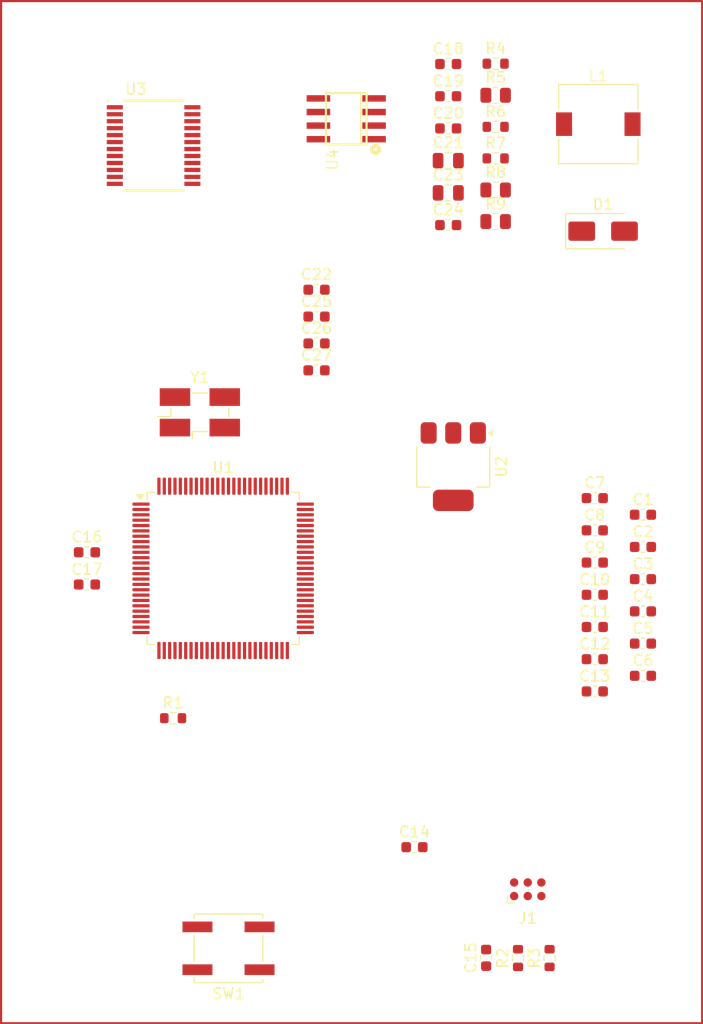
<source format=kicad_pcb>
(kicad_pcb (version 20240108) (generator "pcbnew") (generator_version "8.0")
  (layers (0 "F.Cu" signal) (31 "B.Cu" signal) (34 "B.Paste" user) (35 "F.Paste" user) (36 "B.SilkS" user "B.Silkscreen") (37 "F.SilkS" user "F.Silkscreen") (38 "B.Mask" user) (39 "F.Mask" user) (44 "Edge.Cuts" user))
  (net 0 "")
  (net 7 "/PWMA")
  (net 8 "/NRST")
  (net 11 "Net-(C13-Pad1)")
  (net 17 "GND")
  (net 26 "Net-(C12-Pad1)")
  (net 32 "/UART3_TX")
  (net 36 "/sensorFL")
  (net 37 "/sensorL")
  (net 41 "/UART1_TX")
  (net 44 "/sensorFR")
  (net 47 "/sensorR")
  (net 49 "/sensorFF")
  (net 63 "/UART1_RX")
  (net 70 "/PWMB")
  (net 72 "/UART3_RX")
  (net 75 "+3V3")
  (net 76 "Net-(U1-BOOT0)")
  (net 77 "/SWDIO")
  (net 78 "/SWCLK")
  (net 81 "/PH1")
  (net 82 "/PH0")
  (net 83 "+5V")
  (net 84 "6.5-7.5V")
  (net 85 "Net-(U4-BST)")
  (net 86 "Net-(C21-Pad2)")
  (net 87 "Net-(U4-COMP)")
  (net 88 "Net-(U4-FREQ)")
  (net 89 "Net-(U4-EN)")
  (net 90 "Net-(U4-FB)")
  (net 91 "Net-(D1-K)")
  (net 92 "Net-(U3-BO1@1)")
  (net 93 "Net-(U3-AO2@1)")
  (net 94 "Net-(U3-BO2@1)")
  (net 95 "Net-(U3-AO1@1)")
  (net 96 "+3.3V")
  (net 97 "/Encoder_A_R")
  (net 98 "/Encoder_B_L")
  (net 99 "/Encoder_B_R")
  (net 100 "/Encoder_A_L")
  (net 101 "/AIN2")
  (net 102 "/AIN1")
  (net 103 "/BIN1")
  (net 104 "/BIN2")
  (footprint "Capacitor_SMD:C_0603_1608Metric" (layer "F.Cu") (at 163.03 54.89)
    (property "Reference" "C19" (at 0 -1.43 0) (layer "F.SilkS"))
    (property "Value" "10uF")
    (fp_line (start -0.14058 -0.51) (end 0.14058 -0.51) (stroke (width 0.12)) (layer "F.SilkS"))
    (fp_line (start -0.14058 0.51) (end 0.14058 0.51) (stroke (width 0.12)) (layer "F.SilkS"))
    (pad "1" smd roundrect (at -0.775 0) (size 0.9 0.95) (layers "F.Cu" "F.Paste" "F.Mask") (net 17 "GND"))
    (pad "2" smd roundrect (at 0.775 0) (size 0.9 0.95) (layers "F.Cu" "F.Paste" "F.Mask") (net 84 "6.5-7.5V"))
  )
  (footprint "Capacitor_SMD:C_0603_1608Metric" (layer "F.Cu") (at 129.275 100.51)
    (property "Reference" "C17" (at 0 -1.43 0) (layer "F.SilkS"))
    (property "Value" "15pF")
    (fp_line (start -0.14058 -0.51) (end 0.14058 -0.51) (stroke (width 0.12)) (layer "F.SilkS"))
    (fp_line (start -0.14058 0.51) (end 0.14058 0.51) (stroke (width 0.12)) (layer "F.SilkS"))
    (pad "1" smd roundrect (at -0.775 0) (size 0.9 0.95) (layers "F.Cu" "F.Paste" "F.Mask") (net 82 "/PH0"))
    (pad "2" smd roundrect (at 0.775 0) (size 0.9 0.95) (layers "F.Cu" "F.Paste" "F.Mask") (net 17 "GND"))
  )
  (footprint "Resistor_SMD:R_0603_1608Metric" (layer "F.Cu") (at 167.46 60.7)
    (property "Reference" "R7" (at 0 -1.43 0) (layer "F.SilkS"))
    (property "Value" "100K")
    (fp_line (start -0.237258 -0.5225) (end 0.237258 -0.5225) (stroke (width 0.12)) (layer "F.SilkS"))
    (fp_line (start -0.237258 0.5225) (end 0.237258 0.5225) (stroke (width 0.12)) (layer "F.SilkS"))
    (pad "1" smd roundrect (at -0.825 0) (size 0.8 0.95) (layers "F.Cu" "F.Paste" "F.Mask") (net 86 "Net-(C21-Pad2)"))
    (pad "2" smd roundrect (at 0.825 0) (size 0.8 0.95) (layers "F.Cu" "F.Paste" "F.Mask") (net 17 "GND"))
  )
  (footprint "Resistor_SMD:R_0603_1608Metric" (layer "F.Cu") (at 172.5 135.4125 90)
    (property "Reference" "R3" (at 0 -1.43 90) (layer "F.SilkS"))
    (property "Value" "10K")
    (fp_line (start -0.237258 -0.5225) (end 0.237258 -0.5225) (stroke (width 0.12)) (layer "F.SilkS"))
    (fp_line (start -0.237258 0.5225) (end 0.237258 0.5225) (stroke (width 0.12)) (layer "F.SilkS"))
    (pad "1" smd roundrect (at -0.825 0 90) (size 0.8 0.95) (layers "F.Cu" "F.Paste" "F.Mask") (net 77 "/SWDIO"))
    (pad "2" smd roundrect (at 0.825 0 90) (size 0.8 0.95) (layers "F.Cu" "F.Paste" "F.Mask") (net 17 "GND"))
  )
  (footprint "Resistor_SMD:R_0603_1608Metric" (layer "F.Cu") (at 137.325 113)
    (property "Reference" "R1" (at 0 -1.43 0) (layer "F.SilkS"))
    (property "Value" "10K")
    (fp_line (start -0.237258 -0.5225) (end 0.237258 -0.5225) (stroke (width 0.12)) (layer "F.SilkS"))
    (fp_line (start -0.237258 0.5225) (end 0.237258 0.5225) (stroke (width 0.12)) (layer "F.SilkS"))
    (pad "1" smd roundrect (at -0.825 0) (size 0.8 0.95) (layers "F.Cu" "F.Paste" "F.Mask") (net 17 "GND"))
    (pad "2" smd roundrect (at 0.825 0) (size 0.8 0.95) (layers "F.Cu" "F.Paste" "F.Mask") (net 76 "Net-(U1-BOOT0)"))
  )
  (footprint "Capacitor_SMD:C_0603_1608Metric" (layer "F.Cu") (at 129.275 97.5)
    (property "Reference" "C16" (at 0 -1.43 0) (layer "F.SilkS"))
    (property "Value" "15pF")
    (fp_line (start -0.14058 -0.51) (end 0.14058 -0.51) (stroke (width 0.12)) (layer "F.SilkS"))
    (fp_line (start -0.14058 0.51) (end 0.14058 0.51) (stroke (width 0.12)) (layer "F.SilkS"))
    (pad "1" smd roundrect (at -0.775 0) (size 0.9 0.95) (layers "F.Cu" "F.Paste" "F.Mask") (net 81 "/PH1"))
    (pad "2" smd roundrect (at 0.775 0) (size 0.9 0.95) (layers "F.Cu" "F.Paste" "F.Mask") (net 17 "GND"))
  )
  (footprint "Capacitor_SMD:C_0603_1608Metric" (layer "F.Cu") (at 176.725 101.47)
    (property "Reference" "C10" (at 0 -1.43 0) (layer "F.SilkS"))
    (property "Value" "100nF")
    (fp_line (start -0.14058 -0.51) (end 0.14058 -0.51) (stroke (width 0.12)) (layer "F.SilkS"))
    (fp_line (start -0.14058 0.51) (end 0.14058 0.51) (stroke (width 0.12)) (layer "F.SilkS"))
    (pad "1" smd roundrect (at -0.775 0) (size 0.9 0.95) (layers "F.Cu" "F.Paste" "F.Mask") (net 75 "+3V3"))
    (pad "2" smd roundrect (at 0.775 0) (size 0.9 0.95) (layers "F.Cu" "F.Paste" "F.Mask") (net 17 "GND"))
  )
  (footprint "Capacitor_SMD:C_0603_1608Metric" (layer "F.Cu") (at 181.225 93.99)
    (property "Reference" "C1" (at 0 -1.43 0) (layer "F.SilkS"))
    (property "Value" "100nF")
    (fp_line (start -0.14058 -0.51) (end 0.14058 -0.51) (stroke (width 0.12)) (layer "F.SilkS"))
    (fp_line (start -0.14058 0.51) (end 0.14058 0.51) (stroke (width 0.12)) (layer "F.SilkS"))
    (pad "1" smd roundrect (at -0.775 0) (size 0.9 0.95) (layers "F.Cu" "F.Paste" "F.Mask") (net 75 "+3V3"))
    (pad "2" smd roundrect (at 0.775 0) (size 0.9 0.95) (layers "F.Cu" "F.Paste" "F.Mask") (net 17 "GND"))
  )
  (footprint "Resistor_SMD:R_0805_2012Metric" (layer "F.Cu") (at 167.46 54.8)
    (property "Reference" "R5" (at 0 -1.65 0) (layer "F.SilkS"))
    (property "Value" "40.2K")
    (fp_line (start -0.227064 -0.735) (end 0.227064 -0.735) (stroke (width 0.12)) (layer "F.SilkS"))
    (fp_line (start -0.227064 0.735) (end 0.227064 0.735) (stroke (width 0.12)) (layer "F.SilkS"))
    (pad "1" smd roundrect (at -0.9125 0) (size 1.025 1.4) (layers "F.Cu" "F.Paste" "F.Mask") (roundrect_rratio 0.243902) (net 17 "GND"))
    (pad "2" smd roundrect (at 0.9125 0) (size 1.025 1.4) (layers "F.Cu" "F.Paste" "F.Mask") (roundrect_rratio 0.243902) (net 90 "Net-(U4-FB)"))
  )
  (footprint "Capacitor_SMD:C_0603_1608Metric" (layer "F.Cu") (at 163.03 57.9)
    (property "Reference" "C20" (at 0 -1.43 0) (layer "F.SilkS"))
    (property "Value" "100nF")
    (fp_line (start -0.14058 -0.51) (end 0.14058 -0.51) (stroke (width 0.12)) (layer "F.SilkS"))
    (fp_line (start -0.14058 0.51) (end 0.14058 0.51) (stroke (width 0.12)) (layer "F.SilkS"))
    (pad "1" smd roundrect (at -0.775 0) (size 0.9 0.95) (layers "F.Cu" "F.Paste" "F.Mask") (net 85 "Net-(U4-BST)"))
    (pad "2" smd roundrect (at 0.775 0) (size 0.9 0.95) (layers "F.Cu" "F.Paste" "F.Mask") (net 91 "Net-(D1-K)"))
  )
  (footprint "Crystal:Crystal_SMD_EuroQuartz_MJ-4Pin_5.0x3.2mm_HandSoldering" (layer "F.Cu") (at 139.825 84.425)
    (property "Reference" "Y1" (at 0 -3.25 0) (layer "F.SilkS"))
    (property "Value" "Crystal_GND23_Small")
    (fp_line (start -3.95 0.4) (end -2.7 0.4) (stroke (width 0.12)) (layer "F.SilkS"))
    (fp_line (start -2.7 0.4) (end -2.7 -0.4) (stroke (width 0.12)) (layer "F.SilkS"))
    (fp_line (start -0.7 -1.8) (end 0.7 -1.8) (stroke (width 0.12)) (layer "F.SilkS"))
    (fp_line (start -0.7 1.8) (end -0.7 2.45) (stroke (width 0.12)) (layer "F.SilkS"))
    (fp_line (start 0.7 1.8) (end -0.7 1.8) (stroke (width 0.12)) (layer "F.SilkS"))
    (fp_line (start 2.7 -0.4) (end 2.7 0.4) (stroke (width 0.12)) (layer "F.SilkS"))
    (pad "1" smd rect (at -2.325 1.425) (size 2.85 1.65) (layers "F.Cu" "F.Paste" "F.Mask") (net 81 "/PH1"))
    (pad "2" smd rect (at 2.325 1.425) (size 2.85 1.65) (layers "F.Cu" "F.Paste" "F.Mask") (net 17 "GND"))
    (pad "3" smd rect (at 2.325 -1.425) (size 2.85 1.65) (layers "F.Cu" "F.Paste" "F.Mask") (net 17 "GND"))
    (pad "4" smd rect (at -2.325 -1.425) (size 2.85 1.65) (layers "F.Cu" "F.Paste" "F.Mask") (net 82 "/PH0"))
  )
  (footprint "Capacitor_SMD:C_0805_2012Metric" (layer "F.Cu") (at 163.03 60.91)
    (property "Reference" "C21" (at 0 -1.68 0) (layer "F.SilkS"))
    (property "Value" "150pF")
    (fp_line (start -0.261252 -0.735) (end 0.261252 -0.735) (stroke (width 0.12)) (layer "F.SilkS"))
    (fp_line (start -0.261252 0.735) (end 0.261252 0.735) (stroke (width 0.12)) (layer "F.SilkS"))
    (pad "1" smd roundrect (at -0.95 0) (size 1 1.45) (layers "F.Cu" "F.Paste" "F.Mask") (net 87 "Net-(U4-COMP)"))
    (pad "2" smd roundrect (at 0.95 0) (size 1 1.45) (layers "F.Cu" "F.Paste" "F.Mask") (net 86 "Net-(C21-Pad2)"))
  )
  (footprint "Resistor_SMD:R_0603_1608Metric" (layer "F.Cu") (at 167.46 57.75)
    (property "Reference" "R6" (at 0 -1.43 0) (layer "F.SilkS"))
    (property "Value" "100k")
    (fp_line (start -0.237258 -0.5225) (end 0.237258 -0.5225) (stroke (width 0.12)) (layer "F.SilkS"))
    (fp_line (start -0.237258 0.5225) (end 0.237258 0.5225) (stroke (width 0.12)) (layer "F.SilkS"))
    (pad "1" smd roundrect (at -0.825 0) (size 0.8 0.95) (layers "F.Cu" "F.Paste" "F.Mask") (net 88 "Net-(U4-FREQ)"))
    (pad "2" smd roundrect (at 0.825 0) (size 0.8 0.95) (layers "F.Cu" "F.Paste" "F.Mask") (net 17 "GND"))
  )
  (footprint "Resistor_SMD:R_0805_2012Metric" (layer "F.Cu") (at 167.46 63.65)
    (property "Reference" "R8" (at 0 -1.65 0) (layer "F.SilkS"))
    (property "Value" "75k")
    (fp_line (start -0.227064 -0.735) (end 0.227064 -0.735) (stroke (width 0.12)) (layer "F.SilkS"))
    (fp_line (start -0.227064 0.735) (end 0.227064 0.735) (stroke (width 0.12)) (layer "F.SilkS"))
    (pad "1" smd roundrect (at -0.9125 0) (size 1.025 1.4) (layers "F.Cu" "F.Paste" "F.Mask") (roundrect_rratio 0.243902) (net 84 "6.5-7.5V"))
    (pad "2" smd roundrect (at 0.9125 0) (size 1.025 1.4) (layers "F.Cu" "F.Paste" "F.Mask") (roundrect_rratio 0.243902) (net 89 "Net-(U4-EN)"))
  )
  (footprint "Resistor_SMD:R_0603_1608Metric" (layer "F.Cu") (at 169.55 135.4125 90)
    (property "Reference" "R2" (at 0 -1.43 90) (layer "F.SilkS"))
    (property "Value" "10K")
    (fp_line (start -0.237258 -0.5225) (end 0.237258 -0.5225) (stroke (width 0.12)) (layer "F.SilkS"))
    (fp_line (start -0.237258 0.5225) (end 0.237258 0.5225) (stroke (width 0.12)) (layer "F.SilkS"))
    (pad "1" smd roundrect (at -0.825 0 90) (size 0.8 0.95) (layers "F.Cu" "F.Paste" "F.Mask") (net 75 "+3V3"))
    (pad "2" smd roundrect (at 0.825 0 90) (size 0.8 0.95) (layers "F.Cu" "F.Paste" "F.Mask") (net 78 "/SWCLK"))
  )
  (footprint "Inductor_SMD:L_7.3x7.3_H4.5" (layer "F.Cu") (at 177.05 57.5)
    (property "Reference" "L1" (at 0 -4.45 0) (layer "F.SilkS"))
    (property "Value" "15uH")
    (fp_line (start -3.7 -3.7) (end 3.7 -3.7) (stroke (width 0.12)) (layer "F.SilkS"))
    (fp_line (start -3.7 -1.4) (end -3.7 -3.7) (stroke (width 0.12)) (layer "F.SilkS"))
    (fp_line (start -3.7 3.7) (end -3.7 1.4) (stroke (width 0.12)) (layer "F.SilkS"))
    (fp_line (start 3.7 -3.7) (end 3.7 -1.4) (stroke (width 0.12)) (layer "F.SilkS"))
    (fp_line (start 3.7 1.4) (end 3.7 3.7) (stroke (width 0.12)) (layer "F.SilkS"))
    (fp_line (start 3.7 3.7) (end -3.7 3.7) (stroke (width 0.12)) (layer "F.SilkS"))
    (pad "1" smd rect (at -3.2 0) (size 1.5 2.2) (layers "F.Cu" "F.Paste" "F.Mask") (net 91 "Net-(D1-K)"))
    (pad "2" smd rect (at 3.2 0) (size 1.5 2.2) (layers "F.Cu" "F.Paste" "F.Mask") (net 83 "+5V"))
  )
  (footprint "Resistor_SMD:R_0805_2012Metric" (layer "F.Cu") (at 167.46 66.6)
    (property "Reference" "R9" (at 0 -1.65 0) (layer "F.SilkS"))
    (property "Value" "20k")
    (fp_line (start -0.227064 -0.735) (end 0.227064 -0.735) (stroke (width 0.12)) (layer "F.SilkS"))
    (fp_line (start -0.227064 0.735) (end 0.227064 0.735) (stroke (width 0.12)) (layer "F.SilkS"))
    (pad "1" smd roundrect (at -0.9125 0) (size 1.025 1.4) (layers "F.Cu" "F.Paste" "F.Mask") (roundrect_rratio 0.243902) (net 89 "Net-(U4-EN)"))
    (pad "2" smd roundrect (at 0.9125 0) (size 1.025 1.4) (layers "F.Cu" "F.Paste" "F.Mask") (roundrect_rratio 0.243902) (net 17 "GND"))
  )
  (footprint "Capacitor_SMD:C_0603_1608Metric" (layer "F.Cu") (at 176.725 110.5)
    (property "Reference" "C13" (at 0 -1.43 0) (layer "F.SilkS"))
    (property "Value" "2.2uF")
    (fp_line (start -0.14058 -0.51) (end 0.14058 -0.51) (stroke (width 0.12)) (layer "F.SilkS"))
    (fp_line (start -0.14058 0.51) (end 0.14058 0.51) (stroke (width 0.12)) (layer "F.SilkS"))
    (pad "1" smd roundrect (at -0.775 0) (size 0.9 0.95) (layers "F.Cu" "F.Paste" "F.Mask") (net 11 "Net-(C13-Pad1)"))
    (pad "2" smd roundrect (at 0.775 0) (size 0.9 0.95) (layers "F.Cu" "F.Paste" "F.Mask") (net 17 "GND"))
  )
  (footprint "Capacitor_SMD:C_0603_1608Metric" (layer "F.Cu") (at 176.725 95.45)
    (property "Reference" "C8" (at 0 -1.43 0) (layer "F.SilkS"))
    (property "Value" "100nF")
    (fp_line (start -0.14058 -0.51) (end 0.14058 -0.51) (stroke (width 0.12)) (layer "F.SilkS"))
    (fp_line (start -0.14058 0.51) (end 0.14058 0.51) (stroke (width 0.12)) (layer "F.SilkS"))
    (pad "1" smd roundrect (at -0.775 0) (size 0.9 0.95) (layers "F.Cu" "F.Paste" "F.Mask") (net 17 "GND"))
    (pad "2" smd roundrect (at 0.775 0) (size 0.9 0.95) (layers "F.Cu" "F.Paste" "F.Mask") (net 75 "+3V3"))
  )
  (footprint "Connector:Tag-Connect_TC2030-IDC-NL_2x03_P1.27mm_Vertical" (layer "F.Cu") (at 170.46 128.984)
    (property "Reference" "J1" (at 0 2.7 0) (layer "F.SilkS"))
    (property "Value" "Conn_ARM_SWD_TagConnect_TC2030-NL")
    (fp_line (start -1.905 1.27) (end -1.905 0.635) (stroke (width 0.12)) (layer "F.SilkS"))
    (fp_line (start -1.27 1.27) (end -1.905 1.27) (stroke (width 0.12)) (layer "F.SilkS"))
    (pad "" np_thru_hole circle (at -2.54 0) (size 0.9906 0.9906) (drill 0.9906) (layers "*.Cu" "*.Mask"))
    (pad "" np_thru_hole circle (at 2.54 -1.016) (size 0.9906 0.9906) (drill 0.9906) (layers "*.Cu" "*.Mask"))
    (pad "" np_thru_hole circle (at 2.54 1.016) (size 0.9906 0.9906) (drill 0.9906) (layers "*.Cu" "*.Mask"))
    (pad "1" connect circle (at -1.27 0.635) (size 0.7874 0.7874) (layers "F.Cu" "F.Mask") (net 75 "+3V3"))
    (pad "2" connect circle (at -1.27 -0.635) (size 0.7874 0.7874) (layers "F.Cu" "F.Mask") (net 77 "/SWDIO"))
    (pad "3" connect circle (at 0 0.635) (size 0.7874 0.7874) (layers "F.Cu" "F.Mask"))
    (pad "4" connect circle (at 0 -0.635) (size 0.7874 0.7874) (layers "F.Cu" "F.Mask") (net 78 "/SWCLK"))
    (pad "5" connect circle (at 1.27 0.635) (size 0.7874 0.7874) (layers "F.Cu" "F.Mask") (net 17 "GND"))
    (pad "6" connect circle (at 1.27 -0.635) (size 0.7874 0.7874) (layers "F.Cu" "F.Mask"))
  )
  (footprint "Capacitor_SMD:C_0603_1608Metric" (layer "F.Cu") (at 176.725 98.46)
    (property "Reference" "C9" (at 0 -1.43 0) (layer "F.SilkS"))
    (property "Value" "100nF")
    (fp_line (start -0.14058 -0.51) (end 0.14058 -0.51) (stroke (width 0.12)) (layer "F.SilkS"))
    (fp_line (start -0.14058 0.51) (end 0.14058 0.51) (stroke (width 0.12)) (layer "F.SilkS"))
    (pad "1" smd roundrect (at -0.775 0) (size 0.9 0.95) (layers "F.Cu" "F.Paste" "F.Mask") (net 75 "+3V3"))
    (pad "2" smd roundrect (at 0.775 0) (size 0.9 0.95) (layers "F.Cu" "F.Paste" "F.Mask") (net 17 "GND"))
  )
  (footprint "Package_TO_SOT_SMD:SOT-223-3_TabPin2" (layer "F.Cu") (at 163.5 89.5 -90)
    (property "Reference" "U2" (at 0 -4.5 90) (layer "F.SilkS"))
    (property "Value" "AMS1117")
    (fp_line (start -1.85 3.41) (end 1.91 3.41) (stroke (width 0.12)) (layer "F.SilkS"))
    (fp_line (start 1.91 3.41) (end 1.91 2.15) (stroke (width 0.12)) (layer "F.SilkS"))
    (fp_line (start -1.85 -3.41) (end 1.91 -3.41) (stroke (width 0.12)) (layer "F.SilkS"))
    (fp_line (start 1.91 -3.41) (end 1.91 -2.15) (stroke (width 0.12)) (layer "F.SilkS"))
    (fp_poly (pts (xy -3.13 -3.31) (xy -3.37 -3.64) (xy -2.89 -3.64) (xy -3.13 -3.31)) (stroke (width 0.12)) (fill solid) (layer "F.SilkS"))
    (pad "1" smd roundrect (at -3.15 -2.3 270) (size 2 1.5) (layers "F.Cu" "F.Paste" "F.Mask") (net 17 "GND"))
    (pad "2" smd roundrect (at -3.15 0 270) (size 2 1.5) (layers "F.Cu" "F.Paste" "F.Mask") (net 75 "+3V3"))
    (pad "2" smd roundrect (at 3.15 0 270) (size 2 3.8) (layers "F.Cu" "F.Paste" "F.Mask") (net 75 "+3V3"))
    (pad "3" smd roundrect (at -3.15 2.3 270) (size 2 1.5) (layers "F.Cu" "F.Paste" "F.Mask") (net 83 "+5V"))
  )
  (footprint "Capacitor_SMD:C_0603_1608Metric" (layer "F.Cu") (at 163.03 66.93)
    (property "Reference" "C24" (at 0 -1.43 0) (layer "F.SilkS"))
    (property "Value" "10uF")
    (fp_line (start -0.14058 -0.51) (end 0.14058 -0.51) (stroke (width 0.12)) (layer "F.SilkS"))
    (fp_line (start -0.14058 0.51) (end 0.14058 0.51) (stroke (width 0.12)) (layer "F.SilkS"))
    (pad "1" smd roundrect (at -0.775 0) (size 0.9 0.95) (layers "F.Cu" "F.Paste" "F.Mask") (net 75 "+3V3"))
    (pad "2" smd roundrect (at 0.775 0) (size 0.9 0.95) (layers "F.Cu" "F.Paste" "F.Mask") (net 17 "GND"))
  )
  (footprint "Capacitor_SMD:C_0603_1608Metric" (layer "F.Cu") (at 176.725 104.48)
    (property "Reference" "C11" (at 0 -1.43 0) (layer "F.SilkS"))
    (property "Value" "1uF")
    (fp_line (start -0.14058 -0.51) (end 0.14058 -0.51) (stroke (width 0.12)) (layer "F.SilkS"))
    (fp_line (start -0.14058 0.51) (end 0.14058 0.51) (stroke (width 0.12)) (layer "F.SilkS"))
    (pad "1" smd roundrect (at -0.775 0) (size 0.9 0.95) (layers "F.Cu" "F.Paste" "F.Mask") (net 75 "+3V3"))
    (pad "2" smd roundrect (at 0.775 0) (size 0.9 0.95) (layers "F.Cu" "F.Paste" "F.Mask") (net 17 "GND"))
  )
  (footprint "Capacitor_SMD:C_0603_1608Metric" (layer "F.Cu") (at 176.725 107.49)
    (property "Reference" "C12" (at 0 -1.43 0) (layer "F.SilkS"))
    (property "Value" "2.2uF")
    (fp_line (start -0.14058 -0.51) (end 0.14058 -0.51) (stroke (width 0.12)) (layer "F.SilkS"))
    (fp_line (start -0.14058 0.51) (end 0.14058 0.51) (stroke (width 0.12)) (layer "F.SilkS"))
    (pad "1" smd roundrect (at -0.775 0) (size 0.9 0.95) (layers "F.Cu" "F.Paste" "F.Mask") (net 26 "Net-(C12-Pad1)"))
    (pad "2" smd roundrect (at 0.775 0) (size 0.9 0.95) (layers "F.Cu" "F.Paste" "F.Mask") (net 17 "GND"))
  )
  (footprint "Capacitor_SMD:C_0603_1608Metric" (layer "F.Cu") (at 181.225 103.02)
    (property "Reference" "C4" (at 0 -1.43 0) (layer "F.SilkS"))
    (property "Value" "100nF")
    (fp_line (start -0.14058 -0.51) (end 0.14058 -0.51) (stroke (width 0.12)) (layer "F.SilkS"))
    (fp_line (start -0.14058 0.51) (end 0.14058 0.51) (stroke (width 0.12)) (layer "F.SilkS"))
    (pad "1" smd roundrect (at -0.775 0) (size 0.9 0.95) (layers "F.Cu" "F.Paste" "F.Mask") (net 75 "+3V3"))
    (pad "2" smd roundrect (at 0.775 0) (size 0.9 0.95) (layers "F.Cu" "F.Paste" "F.Mask") (net 17 "GND"))
  )
  (footprint "Diode_SMD:D_SMA" (layer "F.Cu") (at 177.5 67.5)
    (property "Reference" "D1" (at 0 -2.5 0) (layer "F.SilkS"))
    (property "Value" "40V-5A")
    (fp_line (start -3.51 -1.65) (end -3.51 1.65) (stroke (width 0.12)) (layer "F.SilkS"))
    (fp_line (start -3.51 -1.65) (end 2 -1.65) (stroke (width 0.12)) (layer "F.SilkS"))
    (fp_line (start -3.51 1.65) (end 2 1.65) (stroke (width 0.12)) (layer "F.SilkS"))
    (pad "1" smd roundrect (at -2 0) (size 2.5 1.8) (layers "F.Cu" "F.Paste" "F.Mask") (roundrect_rratio 0.1388888889) (net 91 "Net-(D1-K)"))
    (pad "2" smd roundrect (at 2 0) (size 2.5 1.8) (layers "F.Cu" "F.Paste" "F.Mask") (roundrect_rratio 0.1388888889) (net 17 "GND"))
  )
  (footprint "Capacitor_SMD:C_0603_1608Metric" (layer "F.Cu") (at 181.225 106.03)
    (property "Reference" "C5" (at 0 -1.43 0) (layer "F.SilkS"))
    (property "Value" "100nF")
    (fp_line (start -0.14058 -0.51) (end 0.14058 -0.51) (stroke (width 0.12)) (layer "F.SilkS"))
    (fp_line (start -0.14058 0.51) (end 0.14058 0.51) (stroke (width 0.12)) (layer "F.SilkS"))
    (pad "1" smd roundrect (at -0.775 0) (size 0.9 0.95) (layers "F.Cu" "F.Paste" "F.Mask") (net 75 "+3V3"))
    (pad "2" smd roundrect (at 0.775 0) (size 0.9 0.95) (layers "F.Cu" "F.Paste" "F.Mask") (net 17 "GND"))
  )
  (footprint "Capacitor_SMD:C_0805_2012Metric" (layer "F.Cu") (at 163.03 63.92)
    (property "Reference" "C23" (at 0 -1.68 0) (layer "F.SilkS"))
    (property "Value" "10uF")
    (fp_line (start -0.261252 -0.735) (end 0.261252 -0.735) (stroke (width 0.12)) (layer "F.SilkS"))
    (fp_line (start -0.261252 0.735) (end 0.261252 0.735) (stroke (width 0.12)) (layer "F.SilkS"))
    (pad "1" smd roundrect (at -0.95 0) (size 1 1.45) (layers "F.Cu" "F.Paste" "F.Mask") (net 83 "+5V"))
    (pad "2" smd roundrect (at 0.95 0) (size 1 1.45) (layers "F.Cu" "F.Paste" "F.Mask") (net 17 "GND"))
  )
  (footprint "Capacitor_SMD:C_0603_1608Metric" (layer "F.Cu") (at 166.57 135.3925 90)
    (property "Reference" "C15" (at 0 -1.43 90) (layer "F.SilkS"))
    (property "Value" "0.1uF")
    (fp_line (start -0.14058 -0.51) (end 0.14058 -0.51) (stroke (width 0.12)) (layer "F.SilkS"))
    (fp_line (start -0.14058 0.51) (end 0.14058 0.51) (stroke (width 0.12)) (layer "F.SilkS"))
    (pad "1" smd roundrect (at -0.775 0 90) (size 0.9 0.95) (layers "F.Cu" "F.Paste" "F.Mask") (net 75 "+3V3"))
    (pad "2" smd roundrect (at 0.775 0 90) (size 0.9 0.95) (layers "F.Cu" "F.Paste" "F.Mask") (net 17 "GND"))
  )
  (footprint "Capacitor_SMD:C_0603_1608Metric" (layer "F.Cu") (at 150.725 72.97)
    (property "Reference" "C22" (at 0 -1.43 0) (layer "F.SilkS"))
    (property "Value" "100nF")
    (fp_line (start -0.14058 -0.51) (end 0.14058 -0.51) (stroke (width 0.12)) (layer "F.SilkS"))
    (fp_line (start -0.14058 0.51) (end 0.14058 0.51) (stroke (width 0.12)) (layer "F.SilkS"))
    (pad "1" smd roundrect (at -0.775 0) (size 0.9 0.95) (layers "F.Cu" "F.Paste" "F.Mask") (net 96 "+3.3V"))
    (pad "2" smd roundrect (at 0.775 0) (size 0.9 0.95) (layers "F.Cu" "F.Paste" "F.Mask") (net 17 "GND"))
  )
  (footprint "Resistor_SMD:R_0603_1608Metric" (layer "F.Cu") (at 167.46 51.85)
    (property "Reference" "R4" (at 0 -1.43 0) (layer "F.SilkS"))
    (property "Value" "210K")
    (fp_line (start -0.237258 -0.5225) (end 0.237258 -0.5225) (stroke (width 0.12)) (layer "F.SilkS"))
    (fp_line (start -0.237258 0.5225) (end 0.237258 0.5225) (stroke (width 0.12)) (layer "F.SilkS"))
    (pad "1" smd roundrect (at -0.825 0) (size 0.8 0.95) (layers "F.Cu" "F.Paste" "F.Mask") (net 83 "+5V"))
    (pad "2" smd roundrect (at 0.825 0) (size 0.8 0.95) (layers "F.Cu" "F.Paste" "F.Mask") (net 90 "Net-(U4-FB)"))
  )
  (footprint "Capacitor_SMD:C_0603_1608Metric" (layer "F.Cu") (at 176.725 92.44)
    (property "Reference" "C7" (at 0 -1.43 0) (layer "F.SilkS"))
    (property "Value" "100nF")
    (fp_line (start -0.14058 -0.51) (end 0.14058 -0.51) (stroke (width 0.12)) (layer "F.SilkS"))
    (fp_line (start -0.14058 0.51) (end 0.14058 0.51) (stroke (width 0.12)) (layer "F.SilkS"))
    (pad "1" smd roundrect (at -0.775 0) (size 0.9 0.95) (layers "F.Cu" "F.Paste" "F.Mask") (net 17 "GND"))
    (pad "2" smd roundrect (at 0.775 0) (size 0.9 0.95) (layers "F.Cu" "F.Paste" "F.Mask") (net 75 "+3V3"))
  )
  (footprint "Capacitor_SMD:C_0603_1608Metric" (layer "F.Cu") (at 181.225 100.01)
    (property "Reference" "C3" (at 0 -1.43 0) (layer "F.SilkS"))
    (property "Value" "100nF")
    (fp_line (start -0.14058 -0.51) (end 0.14058 -0.51) (stroke (width 0.12)) (layer "F.SilkS"))
    (fp_line (start -0.14058 0.51) (end 0.14058 0.51) (stroke (width 0.12)) (layer "F.SilkS"))
    (pad "1" smd roundrect (at -0.775 0) (size 0.9 0.95) (layers "F.Cu" "F.Paste" "F.Mask") (net 75 "+3V3"))
    (pad "2" smd roundrect (at 0.775 0) (size 0.9 0.95) (layers "F.Cu" "F.Paste" "F.Mask") (net 17 "GND"))
  )
  (footprint "Capacitor_SMD:C_0603_1608Metric" (layer "F.Cu") (at 150.725 80.5)
    (property "Reference" "C27" (at 0 -1.43 0) (layer "F.SilkS"))
    (property "Value" "100nF")
    (fp_line (start -0.14058 -0.51) (end 0.14058 -0.51) (stroke (width 0.12)) (layer "F.SilkS"))
    (fp_line (start -0.14058 0.51) (end 0.14058 0.51) (stroke (width 0.12)) (layer "F.SilkS"))
    (pad "1" smd roundrect (at -0.775 0) (size 0.9 0.95) (layers "F.Cu" "F.Paste" "F.Mask") (net 83 "+5V"))
    (pad "2" smd roundrect (at 0.775 0) (size 0.9 0.95) (layers "F.Cu" "F.Paste" "F.Mask") (net 17 "GND"))
  )
  (footprint "MP1584:SO-08POWER" (layer "F.Cu") (at 153.5 57 90)
    (property "Reference" "U4" (at -3.81 -1.27 90) (layer "F.SilkS"))
    (property "Value" "MP1584")
    (fp_line (start 2.4 -1.9) (end 2.4 1.4) (stroke (width 0.2032)) (layer "F.SilkS"))
    (fp_line (start -2.4 -1.9) (end 2.4 -1.9) (stroke (width 0.2032)) (layer "F.SilkS"))
    (fp_line (start 2.4 1.4) (end -2.4 1.4) (stroke (width 0.2032)) (layer "F.SilkS"))
    (fp_line (start 2.4 1.4) (end 2.4 1.9) (stroke (width 0.2032)) (layer "F.SilkS"))
    (fp_line (start -2.4 1.4) (end -2.4 -1.9) (stroke (width 0.2032)) (layer "F.SilkS"))
    (fp_line (start 2.4 1.9) (end -2.4 1.9) (stroke (width 0.2032)) (layer "F.SilkS"))
    (fp_line (start -2.4 1.9) (end -2.4 1.4) (stroke (width 0.2032)) (layer "F.SilkS"))
    (fp_circle (center -2.875 2.75) (end -2.75 2.75) (stroke (width 0.4064)) (fill none) (layer "F.SilkS"))
    (pad "1" smd rect (at -1.905 2.6 90) (size 0.6 2.2) (layers "F.Cu" "F.Paste" "F.Mask") (net 91 "Net-(D1-K)"))
    (pad "2" smd rect (at -0.635 2.6 90) (size 0.6 2.2) (layers "F.Cu" "F.Paste" "F.Mask") (net 89 "Net-(U4-EN)"))
    (pad "3" smd rect (at 0.635 2.6 90) (size 0.6 2.2) (layers "F.Cu" "F.Paste" "F.Mask") (net 87 "Net-(U4-COMP)"))
    (pad "4" smd rect (at 1.905 2.6 90) (size 0.6 2.2) (layers "F.Cu" "F.Paste" "F.Mask") (net 90 "Net-(U4-FB)"))
    (pad "5" smd rect (at 1.905 -2.6 90) (size 0.6 2.2) (layers "F.Cu" "F.Paste" "F.Mask") (net 17 "GND"))
    (pad "6" smd rect (at 0.635 -2.6 90) (size 0.6 2.2) (layers "F.Cu" "F.Paste" "F.Mask") (net 88 "Net-(U4-FREQ)"))
    (pad "7" smd rect (at -0.635 -2.6 90) (size 0.6 2.2) (layers "F.Cu" "F.Paste" "F.Mask") (net 84 "6.5-7.5V"))
    (pad "8" smd rect (at -1.905 -2.6 90) (size 0.6 2.2) (layers "F.Cu" "F.Paste" "F.Mask") (net 85 "Net-(U4-BST)"))
  )
  (footprint "Capacitor_SMD:C_0603_1608Metric" (layer "F.Cu") (at 150.725 75.48)
    (property "Reference" "C25" (at 0 -1.43 0) (layer "F.SilkS"))
    (property "Value" "10uF")
    (fp_line (start -0.14058 -0.51) (end 0.14058 -0.51) (stroke (width 0.12)) (layer "F.SilkS"))
    (fp_line (start -0.14058 0.51) (end 0.14058 0.51) (stroke (width 0.12)) (layer "F.SilkS"))
    (pad "1" smd roundrect (at -0.775 0) (size 0.9 0.95) (layers "F.Cu" "F.Paste" "F.Mask") (net 96 "+3.3V"))
    (pad "2" smd roundrect (at 0.775 0) (size 0.9 0.95) (layers "F.Cu" "F.Paste" "F.Mask") (net 17 "GND"))
  )
  (footprint "Library:SOP65P760X160-24N" (layer "F.Cu") (at 135.5 59.5)
    (property "Reference" "U3" (at -1.657975 -5.270745 0) (layer "F.SilkS") (effects (font (size 1.00185 1.00185))))
    (property "Value" "TB6612FNG_C_8_EL")
    (fp_line (start -2.8 4.2) (end 2.8 4.2) (stroke (width 0.2032)) (layer "F.SilkS"))
    (fp_line (start 2.8 -4.2) (end -2.8 -4.2) (stroke (width 0.2032)) (layer "F.SilkS"))
    (fp_circle (center -4.25 -4.2) (end -4.123 -4.2) (fill solid) (layer "F.SilkS"))
    (pad "1" smd rect (at -3.625 -3.575 270) (size 0.4 1.5) (layers "F.Cu" "F.Paste" "F.Mask") (net 95 "Net-(U3-AO1@1)"))
    (pad "2" smd rect (at -3.625 -2.925 270) (size 0.4 1.5) (layers "F.Cu" "F.Paste" "F.Mask") (net 95 "Net-(U3-AO1@1)"))
    (pad "3" smd rect (at -3.625 -2.275 270) (size 0.4 1.5) (layers "F.Cu" "F.Paste" "F.Mask") (net 17 "GND"))
    (pad "4" smd rect (at -3.625 -1.625 270) (size 0.4 1.5) (layers "F.Cu" "F.Paste" "F.Mask") (net 17 "GND"))
    (pad "5" smd rect (at -3.625 -0.975 270) (size 0.4 1.5) (layers "F.Cu" "F.Paste" "F.Mask") (net 93 "Net-(U3-AO2@1)"))
    (pad "6" smd rect (at -3.625 -0.325 270) (size 0.4 1.5) (layers "F.Cu" "F.Paste" "F.Mask") (net 93 "Net-(U3-AO2@1)"))
    (pad "7" smd rect (at -3.625 0.325 270) (size 0.4 1.5) (layers "F.Cu" "F.Paste" "F.Mask") (net 94 "Net-(U3-BO2@1)"))
    (pad "8" smd rect (at -3.625 0.975 270) (size 0.4 1.5) (layers "F.Cu" "F.Paste" "F.Mask") (net 94 "Net-(U3-BO2@1)"))
    (pad "9" smd rect (at -3.625 1.625 270) (size 0.4 1.5) (layers "F.Cu" "F.Paste" "F.Mask") (net 17 "GND"))
    (pad "10" smd rect (at -3.625 2.275 270) (size 0.4 1.5) (layers "F.Cu" "F.Paste" "F.Mask") (net 17 "GND"))
    (pad "11" smd rect (at -3.625 2.925 270) (size 0.4 1.5) (layers "F.Cu" "F.Paste" "F.Mask") (net 92 "Net-(U3-BO1@1)"))
    (pad "12" smd rect (at -3.625 3.575 270) (size 0.4 1.5) (layers "F.Cu" "F.Paste" "F.Mask") (net 92 "Net-(U3-BO1@1)"))
    (pad "13" smd rect (at 3.625 3.575 270) (size 0.4 1.5) (layers "F.Cu" "F.Paste" "F.Mask") (net 83 "+5V"))
    (pad "14" smd rect (at 3.625 2.925 270) (size 0.4 1.5) (layers "F.Cu" "F.Paste" "F.Mask") (net 83 "+5V"))
    (pad "15" smd rect (at 3.625 2.275 270) (size 0.4 1.5) (layers "F.Cu" "F.Paste" "F.Mask") (net 70 "/PWMB"))
    (pad "16" smd rect (at 3.625 1.625 270) (size 0.4 1.5) (layers "F.Cu" "F.Paste" "F.Mask") (net 104 "/BIN2"))
    (pad "17" smd rect (at 3.625 0.975 270) (size 0.4 1.5) (layers "F.Cu" "F.Paste" "F.Mask") (net 103 "/BIN1"))
    (pad "18" smd rect (at 3.625 0.325 270) (size 0.4 1.5) (layers "F.Cu" "F.Paste" "F.Mask") (net 17 "GND"))
    (pad "19" smd rect (at 3.625 -0.325 270) (size 0.4 1.5) (layers "F.Cu" "F.Paste" "F.Mask") (net 96 "+3.3V"))
    (pad "20" smd rect (at 3.625 -0.975 270) (size 0.4 1.5) (layers "F.Cu" "F.Paste" "F.Mask") (net 96 "+3.3V"))
    (pad "21" smd rect (at 3.625 -1.625 270) (size 0.4 1.5) (layers "F.Cu" "F.Paste" "F.Mask") (net 102 "/AIN1"))
    (pad "22" smd rect (at 3.625 -2.275 270) (size 0.4 1.5) (layers "F.Cu" "F.Paste" "F.Mask") (net 101 "/AIN2"))
    (pad "23" smd rect (at 3.625 -2.925 270) (size 0.4 1.5) (layers "F.Cu" "F.Paste" "F.Mask") (net 7 "/PWMA"))
    (pad "24" smd rect (at 3.625 -3.575 270) (size 0.4 1.5) (layers "F.Cu" "F.Paste" "F.Mask") (net 83 "+5V"))
  )
  (footprint "Package_QFP:LQFP-100_14x14mm_P0.5mm" (layer "F.Cu") (at 142 99)
    (property "Reference" "U1" (at 0 -9.42 0) (layer "F.SilkS"))
    (property "Value" "STM32H743VITx")
    (fp_line (start -7.11 -7.11) (end -7.11 -6.41) (stroke (width 0.12)) (layer "F.SilkS"))
    (fp_line (start -7.11 7.11) (end -7.11 6.41) (stroke (width 0.12)) (layer "F.SilkS"))
    (fp_line (start -6.41 -7.11) (end -7.11 -7.11) (stroke (width 0.12)) (layer "F.SilkS"))
    (fp_line (start -6.41 7.11) (end -7.11 7.11) (stroke (width 0.12)) (layer "F.SilkS"))
    (fp_line (start 6.41 -7.11) (end 7.11 -7.11) (stroke (width 0.12)) (layer "F.SilkS"))
    (fp_line (start 6.41 7.11) (end 7.11 7.11) (stroke (width 0.12)) (layer "F.SilkS"))
    (fp_line (start 7.11 -7.11) (end 7.11 -6.41) (stroke (width 0.12)) (layer "F.SilkS"))
    (fp_line (start 7.11 7.11) (end 7.11 6.41) (stroke (width 0.12)) (layer "F.SilkS"))
    (fp_poly (pts (xy -7.7375 -6.41) (xy -8.0775 -6.88) (xy -7.3975 -6.88) (xy -7.7375 -6.41)) (stroke (width 0.12)) (fill solid) (layer "F.SilkS"))
    (pad "1" smd roundrect (at -7.675 -6) (size 1.6 0.3) (layers "F.Cu" "F.Paste" "F.Mask"))
    (pad "2" smd roundrect (at -7.675 -5.5) (size 1.6 0.3) (layers "F.Cu" "F.Paste" "F.Mask"))
    (pad "3" smd roundrect (at -7.675 -5) (size 1.6 0.3) (layers "F.Cu" "F.Paste" "F.Mask"))
    (pad "4" smd roundrect (at -7.675 -4.5) (size 1.6 0.3) (layers "F.Cu" "F.Paste" "F.Mask"))
    (pad "5" smd roundrect (at -7.675 -4) (size 1.6 0.3) (layers "F.Cu" "F.Paste" "F.Mask"))
    (pad "6" smd roundrect (at -7.675 -3.5) (size 1.6 0.3) (layers "F.Cu" "F.Paste" "F.Mask") (net 75 "+3V3"))
    (pad "7" smd roundrect (at -7.675 -3) (size 1.6 0.3) (layers "F.Cu" "F.Paste" "F.Mask"))
    (pad "8" smd roundrect (at -7.675 -2.5) (size 1.6 0.3) (layers "F.Cu" "F.Paste" "F.Mask"))
    (pad "9" smd roundrect (at -7.675 -2) (size 1.6 0.3) (layers "F.Cu" "F.Paste" "F.Mask"))
    (pad "10" smd roundrect (at -7.675 -1.5) (size 1.6 0.3) (layers "F.Cu" "F.Paste" "F.Mask") (net 17 "GND"))
    (pad "11" smd roundrect (at -7.675 -1) (size 1.6 0.3) (layers "F.Cu" "F.Paste" "F.Mask") (net 75 "+3V3"))
    (pad "12" smd roundrect (at -7.675 -0.5) (size 1.6 0.3) (layers "F.Cu" "F.Paste" "F.Mask") (net 82 "/PH0"))
    (pad "13" smd roundrect (at -7.675 0) (size 1.6 0.3) (layers "F.Cu" "F.Paste" "F.Mask") (net 81 "/PH1"))
    (pad "14" smd roundrect (at -7.675 0.5) (size 1.6 0.3) (layers "F.Cu" "F.Paste" "F.Mask") (net 8 "/NRST"))
    (pad "15" smd roundrect (at -7.675 1) (size 1.6 0.3) (layers "F.Cu" "F.Paste" "F.Mask"))
    (pad "16" smd roundrect (at -7.675 1.5) (size 1.6 0.3) (layers "F.Cu" "F.Paste" "F.Mask"))
    (pad "17" smd roundrect (at -7.675 2) (size 1.6 0.3) (layers "F.Cu" "F.Paste" "F.Mask"))
    (pad "18" smd roundrect (at -7.675 2.5) (size 1.6 0.3) (layers "F.Cu" "F.Paste" "F.Mask"))
    (pad "19" smd roundrect (at -7.675 3) (size 1.6 0.3) (layers "F.Cu" "F.Paste" "F.Mask") (net 17 "GND"))
    (pad "20" smd roundrect (at -7.675 3.5) (size 1.6 0.3) (layers "F.Cu" "F.Paste" "F.Mask") (net 75 "+3V3"))
    (pad "21" smd roundrect (at -7.675 4) (size 1.6 0.3) (layers "F.Cu" "F.Paste" "F.Mask") (net 75 "+3V3"))
    (pad "22" smd roundrect (at -7.675 4.5) (size 1.6 0.3) (layers "F.Cu" "F.Paste" "F.Mask") (net 97 "/Encoder_A_R"))
    (pad "23" smd roundrect (at -7.675 5) (size 1.6 0.3) (layers "F.Cu" "F.Paste" "F.Mask") (net 99 "/Encoder_B_R"))
    (pad "24" smd roundrect (at -7.675 5.5) (size 1.6 0.3) (layers "F.Cu" "F.Paste" "F.Mask"))
    (pad "25" smd roundrect (at -7.675 6) (size 1.6 0.3) (layers "F.Cu" "F.Paste" "F.Mask"))
    (pad "26" smd roundrect (at -6 7.675) (size 0.3 1.6) (layers "F.Cu" "F.Paste" "F.Mask") (net 17 "GND"))
    (pad "27" smd roundrect (at -5.5 7.675) (size 0.3 1.6) (layers "F.Cu" "F.Paste" "F.Mask") (net 75 "+3V3"))
    (pad "28" smd roundrect (at -5 7.675) (size 0.3 1.6) (layers "F.Cu" "F.Paste" "F.Mask"))
    (pad "29" smd roundrect (at -4.5 7.675) (size 0.3 1.6) (layers "F.Cu" "F.Paste" "F.Mask") (net 100 "/Encoder_A_L"))
    (pad "30" smd roundrect (at -4 7.675) (size 0.3 1.6) (layers "F.Cu" "F.Paste" "F.Mask") (net 49 "/sensorFF"))
    (pad "31" smd roundrect (at -3.5 7.675) (size 0.3 1.6) (layers "F.Cu" "F.Paste" "F.Mask") (net 44 "/sensorFR"))
    (pad "32" smd roundrect (at -3 7.675) (size 0.3 1.6) (layers "F.Cu" "F.Paste" "F.Mask") (net 36 "/sensorFL"))
    (pad "33" smd roundrect (at -2.5 7.675) (size 0.3 1.6) (layers "F.Cu" "F.Paste" "F.Mask") (net 47 "/sensorR"))
    (pad "34" smd roundrect (at -2 7.675) (size 0.3 1.6) (layers "F.Cu" "F.Paste" "F.Mask"))
    (pad "35" smd roundrect (at -1.5 7.675) (size 0.3 1.6) (layers "F.Cu" "F.Paste" "F.Mask") (net 37 "/sensorL"))
    (pad "36" smd roundrect (at -1 7.675) (size 0.3 1.6) (layers "F.Cu" "F.Paste" "F.Mask"))
    (pad "37" smd roundrect (at -0.5 7.675) (size 0.3 1.6) (layers "F.Cu" "F.Paste" "F.Mask"))
    (pad "38" smd roundrect (at 0 7.675) (size 0.3 1.6) (layers "F.Cu" "F.Paste" "F.Mask"))
    (pad "39" smd roundrect (at 0.5 7.675) (size 0.3 1.6) (layers "F.Cu" "F.Paste" "F.Mask") (net 7 "/PWMA"))
    (pad "40" smd roundrect (at 1 7.675) (size 0.3 1.6) (layers "F.Cu" "F.Paste" "F.Mask"))
    (pad "41" smd roundrect (at 1.5 7.675) (size 0.3 1.6) (layers "F.Cu" "F.Paste" "F.Mask") (net 70 "/PWMB"))
    (pad "42" smd roundrect (at 2 7.675) (size 0.3 1.6) (layers "F.Cu" "F.Paste" "F.Mask"))
    (pad "43" smd roundrect (at 2.5 7.675) (size 0.3 1.6) (layers "F.Cu" "F.Paste" "F.Mask"))
    (pad "44" smd roundrect (at 3 7.675) (size 0.3 1.6) (layers "F.Cu" "F.Paste" "F.Mask"))
    (pad "45" smd roundrect (at 3.5 7.675) (size 0.3 1.6) (layers "F.Cu" "F.Paste" "F.Mask"))
    (pad "46" smd roundrect (at 4 7.675) (size 0.3 1.6) (layers "F.Cu" "F.Paste" "F.Mask") (net 32 "/UART3_TX"))
    (pad "47" smd roundrect (at 4.5 7.675) (size 0.3 1.6) (layers "F.Cu" "F.Paste" "F.Mask") (net 72 "/UART3_RX"))
    (pad "48" smd roundrect (at 5 7.675) (size 0.3 1.6) (layers "F.Cu" "F.Paste" "F.Mask") (net 26 "Net-(C12-Pad1)"))
    (pad "49" smd roundrect (at 5.5 7.675) (size 0.3 1.6) (layers "F.Cu" "F.Paste" "F.Mask") (net 17 "GND"))
    (pad "50" smd roundrect (at 6 7.675) (size 0.3 1.6) (layers "F.Cu" "F.Paste" "F.Mask") (net 75 "+3V3"))
    (pad "51" smd roundrect (at 7.675 6) (size 1.6 0.3) (layers "F.Cu" "F.Paste" "F.Mask"))
    (pad "52" smd roundrect (at 7.675 5.5) (size 1.6 0.3) (layers "F.Cu" "F.Paste" "F.Mask"))
    (pad "53" smd roundrect (at 7.675 5) (size 1.6 0.3) (layers "F.Cu" "F.Paste" "F.Mask") (net 41 "/UART1_TX"))
    (pad "54" smd roundrect (at 7.675 4.5) (size 1.6 0.3) (layers "F.Cu" "F.Paste" "F.Mask") (net 63 "/UART1_RX"))
    (pad "55" smd roundrect (at 7.675 4) (size 1.6 0.3) (layers "F.Cu" "F.Paste" "F.Mask"))
    (pad "56" smd roundrect (at 7.675 3.5) (size 1.6 0.3) (layers "F.Cu" "F.Paste" "F.Mask"))
    (pad "57" smd roundrect (at 7.675 3) (size 1.6 0.3) (layers "F.Cu" "F.Paste" "F.Mask"))
    (pad "58" smd roundrect (at 7.675 2.5) (size 1.6 0.3) (layers "F.Cu" "F.Paste" "F.Mask"))
    (pad "59" smd roundrect (at 7.675 2) (size 1.6 0.3) (layers "F.Cu" "F.Paste" "F.Mask"))
    (pad "60" smd roundrect (at 7.675 1.5) (size 1.6 0.3) (layers "F.Cu" "F.Paste" "F.Mask"))
    (pad "61" smd roundrect (at 7.675 1) (size 1.6 0.3) (layers "F.Cu" "F.Paste" "F.Mask"))
    (pad "62" smd roundrect (at 7.675 0.5) (size 1.6 0.3) (layers "F.Cu" "F.Paste" "F.Mask"))
    (pad "63" smd roundrect (at 7.675 0) (size 1.6 0.3) (layers "F.Cu" "F.Paste" "F.Mask"))
    (pad "64" smd roundrect (at 7.675 -0.5) (size 1.6 0.3) (layers "F.Cu" "F.Paste" "F.Mask"))
    (pad "65" smd roundrect (at 7.675 -1) (size 1.6 0.3) (layers "F.Cu" "F.Paste" "F.Mask"))
    (pad "66" smd roundrect (at 7.675 -1.5) (size 1.6 0.3) (layers "F.Cu" "F.Paste" "F.Mask"))
    (pad "67" smd roundrect (at 7.675 -2) (size 1.6 0.3) (layers "F.Cu" "F.Paste" "F.Mask"))
    (pad "68" smd roundrect (at 7.675 -2.5) (size 1.6 0.3) (layers "F.Cu" "F.Paste" "F.Mask"))
    (pad "69" smd roundrect (at 7.675 -3) (size 1.6 0.3) (layers "F.Cu" "F.Paste" "F.Mask"))
    (pad "70" smd roundrect (at 7.675 -3.5) (size 1.6 0.3) (layers "F.Cu" "F.Paste" "F.Mask"))
    (pad "71" smd roundrect (at 7.675 -4) (size 1.6 0.3) (layers "F.Cu" "F.Paste" "F.Mask"))
    (pad "72" smd roundrect (at 7.675 -4.5) (size 1.6 0.3) (layers "F.Cu" "F.Paste" "F.Mask") (net 77 "/SWDIO"))
    (pad "73" smd roundrect (at 7.675 -5) (size 1.6 0.3) (layers "F.Cu" "F.Paste" "F.Mask") (net 11 "Net-(C13-Pad1)"))
    (pad "74" smd roundrect (at 7.675 -5.5) (size 1.6 0.3) (layers "F.Cu" "F.Paste" "F.Mask") (net 17 "GND"))
    (pad "75" smd roundrect (at 7.675 -6) (size 1.6 0.3) (layers "F.Cu" "F.Paste" "F.Mask") (net 75 "+3V3"))
    (pad "76" smd roundrect (at 6 -7.675) (size 0.3 1.6) (layers "F.Cu" "F.Paste" "F.Mask") (net 78 "/SWCLK"))
    (pad "77" smd roundrect (at 5.5 -7.675) (size 0.3 1.6) (layers "F.Cu" "F.Paste" "F.Mask"))
    (pad "78" smd roundrect (at 5 -7.675) (size 0.3 1.6) (layers "F.Cu" "F.Paste" "F.Mask"))
    (pad "79" smd roundrect (at 4.5 -7.675) (size 0.3 1.6) (layers "F.Cu" "F.Paste" "F.Mask"))
    (pad "80" smd roundrect (at 4 -7.675) (size 0.3 1.6) (layers "F.Cu" "F.Paste" "F.Mask"))
    (pad "81" smd roundrect (at 3.5 -7.675) (size 0.3 1.6) (layers "F.Cu" "F.Paste" "F.Mask"))
    (pad "82" smd roundrect (at 3 -7.675) (size 0.3 1.6) (layers "F.Cu" "F.Paste" "F.Mask"))
    (pad "83" smd roundrect (at 2.5 -7.675) (size 0.3 1.6) (layers "F.Cu" "F.Paste" "F.Mask"))
    (pad "84" smd roundrect (at 2 -7.675) (size 0.3 1.6) (layers "F.Cu" "F.Paste" "F.Mask"))
    (pad "85" smd roundrect (at 1.5 -7.675) (size 0.3 1.6) (layers "F.Cu" "F.Paste" "F.Mask"))
    (pad "86" smd roundrect (at 1 -7.675) (size 0.3 1.6) (layers "F.Cu" "F.Paste" "F.Mask"))
    (pad "87" smd roundrect (at 0.5 -7.675) (size 0.3 1.6) (layers "F.Cu" "F.Paste" "F.Mask") (net 103 "/BIN1"))
    (pad "88" smd roundrect (at 0 -7.675) (size 0.3 1.6) (layers "F.Cu" "F.Paste" "F.Mask") (net 104 "/BIN2"))
    (pad "89" smd roundrect (at -0.5 -7.675) (size 0.3 1.6) (layers "F.Cu" "F.Paste" "F.Mask") (net 98 "/Encoder_B_L"))
    (pad "90" smd roundrect (at -1 -7.675) (size 0.3 1.6) (layers "F.Cu" "F.Paste" "F.Mask"))
    (pad "91" smd roundrect (at -1.5 -7.675) (size 0.3 1.6) (layers "F.Cu" "F.Paste" "F.Mask") (net 102 "/AIN1"))
    (pad "92" smd roundrect (at -2 -7.675) (size 0.3 1.6) (layers "F.Cu" "F.Paste" "F.Mask") (net 101 "/AIN2"))
    (pad "93" smd roundrect (at -2.5 -7.675) (size 0.3 1.6) (layers "F.Cu" "F.Paste" "F.Mask"))
    (pad "94" smd roundrect (at -3 -7.675) (size 0.3 1.6) (layers "F.Cu" "F.Paste" "F.Mask") (net 76 "Net-(U1-BOOT0)"))
    (pad "95" smd roundrect (at -3.5 -7.675) (size 0.3 1.6) (layers "F.Cu" "F.Paste" "F.Mask"))
    (pad "96" smd roundrect (at -4 -7.675) (size 0.3 1.6) (layers "F.Cu" "F.Paste" "F.Mask"))
    (pad "97" smd roundrect (at -4.5 -7.675) (size 0.3 1.6) (layers "F.Cu" "F.Paste" "F.Mask"))
    (pad "98" smd roundrect (at -5 -7.675) (size 0.3 1.6) (layers "F.Cu" "F.Paste" "F.Mask"))
    (pad "99" smd roundrect (at -5.5 -7.675) (size 0.3 1.6) (layers "F.Cu" "F.Paste" "F.Mask") (net 17 "GND"))
    (pad "100" smd roundrect (at -6 -7.675) (size 0.3 1.6) (layers "F.Cu" "F.Paste" "F.Mask") (net 75 "+3V3"))
  )
  (footprint "Capacitor_SMD:C_0603_1608Metric" (layer "F.Cu") (at 150.725 77.99)
    (property "Reference" "C26" (at 0 -1.43 0) (layer "F.SilkS"))
    (property "Value" "10uF")
    (fp_line (start -0.14058 -0.51) (end 0.14058 -0.51) (stroke (width 0.12)) (layer "F.SilkS"))
    (fp_line (start -0.14058 0.51) (end 0.14058 0.51) (stroke (width 0.12)) (layer "F.SilkS"))
    (pad "1" smd roundrect (at -0.775 0) (size 0.9 0.95) (layers "F.Cu" "F.Paste" "F.Mask") (net 83 "+5V"))
    (pad "2" smd roundrect (at 0.775 0) (size 0.9 0.95) (layers "F.Cu" "F.Paste" "F.Mask") (net 17 "GND"))
  )
  (footprint "Capacitor_SMD:C_0603_1608Metric" (layer "F.Cu") (at 181.225 109.04)
    (property "Reference" "C6" (at 0 -1.43 0) (layer "F.SilkS"))
    (property "Value" "4.7uF")
    (fp_line (start -0.14058 -0.51) (end 0.14058 -0.51) (stroke (width 0.12)) (layer "F.SilkS"))
    (fp_line (start -0.14058 0.51) (end 0.14058 0.51) (stroke (width 0.12)) (layer "F.SilkS"))
    (pad "1" smd roundrect (at -0.775 0) (size 0.9 0.95) (layers "F.Cu" "F.Paste" "F.Mask") (net 75 "+3V3"))
    (pad "2" smd roundrect (at 0.775 0) (size 0.9 0.95) (layers "F.Cu" "F.Paste" "F.Mask") (net 17 "GND"))
  )
  (footprint "Capacitor_SMD:C_0603_1608Metric" (layer "F.Cu") (at 181.225 97)
    (property "Reference" "C2" (at 0 -1.43 0) (layer "F.SilkS"))
    (property "Value" "100nF")
    (fp_line (start -0.14058 -0.51) (end 0.14058 -0.51) (stroke (width 0.12)) (layer "F.SilkS"))
    (fp_line (start -0.14058 0.51) (end 0.14058 0.51) (stroke (width 0.12)) (layer "F.SilkS"))
    (pad "1" smd roundrect (at -0.775 0) (size 0.9 0.95) (layers "F.Cu" "F.Paste" "F.Mask") (net 75 "+3V3"))
    (pad "2" smd roundrect (at 0.775 0) (size 0.9 0.95) (layers "F.Cu" "F.Paste" "F.Mask") (net 17 "GND"))
  )
  (footprint "Capacitor_SMD:C_0603_1608Metric" (layer "F.Cu") (at 163.03 51.88)
    (property "Reference" "C18" (at 0 -1.43 0) (layer "F.SilkS"))
    (property "Value" "22uF")
    (fp_line (start -0.14058 -0.51) (end 0.14058 -0.51) (stroke (width 0.12)) (layer "F.SilkS"))
    (fp_line (start -0.14058 0.51) (end 0.14058 0.51) (stroke (width 0.12)) (layer "F.SilkS"))
    (pad "1" smd roundrect (at -0.775 0) (size 0.9 0.95) (layers "F.Cu" "F.Paste" "F.Mask") (net 83 "+5V"))
    (pad "2" smd roundrect (at 0.775 0) (size 0.9 0.95) (layers "F.Cu" "F.Paste" "F.Mask") (net 17 "GND"))
  )
  (footprint "Button_Switch_SMD:SW_Push_1P1T_NO_CK_KSC6xxJ" (layer "F.Cu") (at 142.5 134.5)
    (property "Reference" "SW1" (at 0 4.24 0) (layer "F.SilkS"))
    (property "Value" "SW_Push")
    (fp_line (start -3.21 -3.21) (end -3.21 -2.8) (stroke (width 0.12)) (layer "F.SilkS"))
    (fp_line (start -3.21 -1.2) (end -3.21 1.2) (stroke (width 0.12)) (layer "F.SilkS"))
    (fp_line (start -3.21 2.8) (end -3.21 3.21) (stroke (width 0.12)) (layer "F.SilkS"))
    (fp_line (start -3.21 3.21) (end 3.21 3.21) (stroke (width 0.12)) (layer "F.SilkS"))
    (fp_line (start 3.21 -3.21) (end -3.21 -3.21) (stroke (width 0.12)) (layer "F.SilkS"))
    (fp_line (start 3.21 -2.8) (end 3.21 -3.21) (stroke (width 0.12)) (layer "F.SilkS"))
    (fp_line (start 3.21 1.2) (end 3.21 -1.2) (stroke (width 0.12)) (layer "F.SilkS"))
    (fp_line (start 3.21 3.21) (end 3.21 2.93) (stroke (width 0.12)) (layer "F.SilkS"))
    (pad "1" smd rect (at -2.9 -2) (size 2.8 1) (layers "F.Cu" "F.Paste" "F.Mask") (net 17 "GND"))
    (pad "1" smd rect (at 2.9 -2) (size 2.8 1) (layers "F.Cu" "F.Paste" "F.Mask") (net 17 "GND"))
    (pad "2" smd rect (at -2.9 2) (size 2.8 1) (layers "F.Cu" "F.Paste" "F.Mask") (net 8 "/NRST"))
    (pad "2" smd rect (at 2.9 2) (size 2.8 1) (layers "F.Cu" "F.Paste" "F.Mask") (net 8 "/NRST"))
  )
  (footprint "Capacitor_SMD:C_0603_1608Metric" (layer "F.Cu") (at 159.875 125.05)
    (property "Reference" "C14" (at 0 -1.43 0) (layer "F.SilkS"))
    (property "Value" "100nF")
    (fp_line (start -0.14058 -0.51) (end 0.14058 -0.51) (stroke (width 0.12)) (layer "F.SilkS"))
    (fp_line (start -0.14058 0.51) (end 0.14058 0.51) (stroke (width 0.12)) (layer "F.SilkS"))
    (pad "1" smd roundrect (at -0.775 0) (size 0.9 0.95) (layers "F.Cu" "F.Paste" "F.Mask") (net 17 "GND"))
    (pad "2" smd roundrect (at 0.775 0) (size 0.9 0.95) (layers "F.Cu" "F.Paste" "F.Mask") (net 8 "/NRST"))
  )
  (gr_rect (start 121.25 46) (end 186.75 141.5) (stroke (width 0.2)) (fill none) (layer "F.Cu") (net 8))
)
</source>
